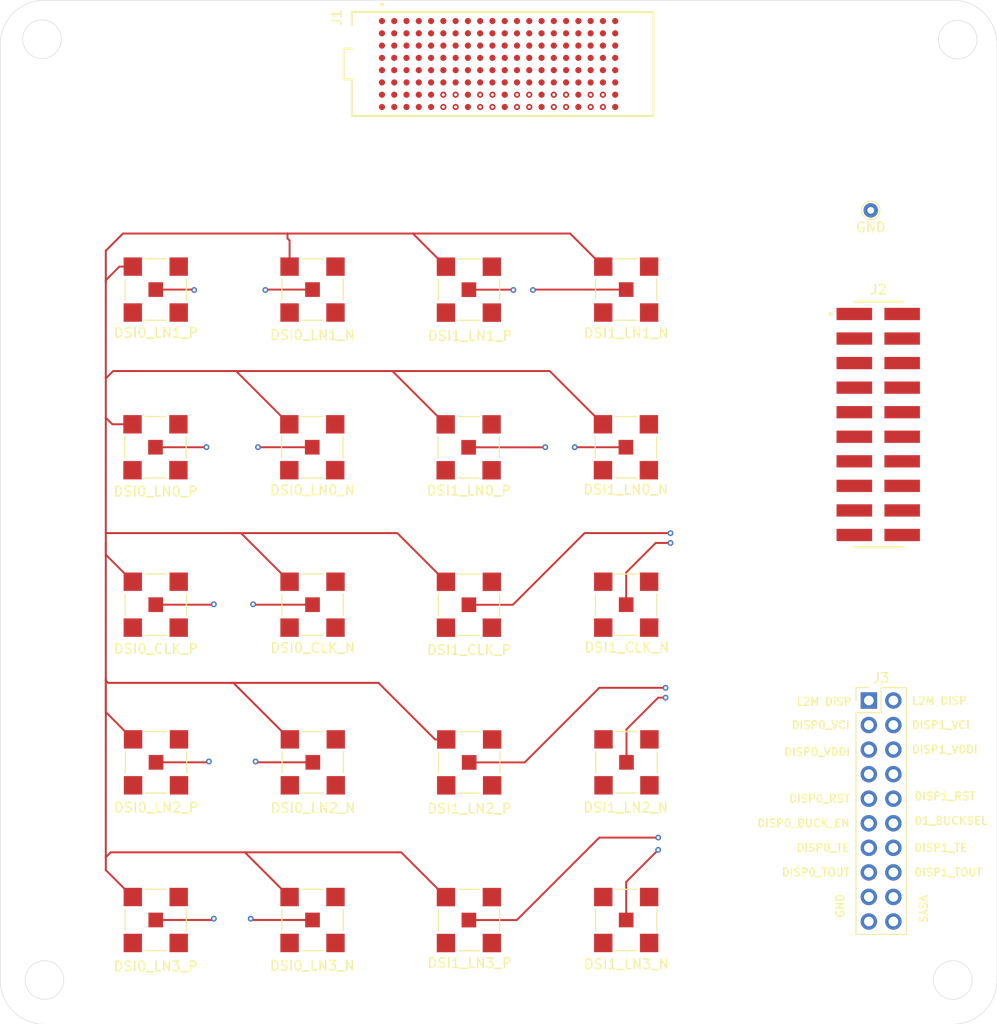
<source format=kicad_pcb>
(kicad_pcb (version 20240108) (generator "pcbnew") (generator_version "8.0")
  (layers (0 "F.Cu" signal "LayerTop0") (1 "In1.Cu" signal "Layer1") (2 "In2.Cu" signal "Layer2") (31 "B.Cu" signal "LayerBottom3") (34 "B.Paste" user) (35 "F.Paste" user) (36 "B.SilkS" user "B.Silkscreen") (37 "F.SilkS" user "F.Silkscreen") (38 "B.Mask" user) (39 "F.Mask" user) (44 "Edge.Cuts" user))
  (net 0 "")
  (net 75 "DSI1_LN0_P")
  (net 76 "DSI1_LN0_N")
  (net 77 "GND")
  (net 114 "L2M_DISP")
  (net 115 "DISP0_VCI")
  (net 116 "DISP1_VCI")
  (net 117 "DISP1_VDDI")
  (net 118 "DISP0_THERM")
  (net 119 "VSYS_PWR")
  (net 120 "DISP0_BUCK_EN")
  (net 121 "DISP1_RST")
  (net 122 "DISP1_TOUT")
  (net 123 "DISP0_TE")
  (net 124 "DISP0_RST")
  (net 125 "DISP0_VDDI")
  (net 126 "DISP0_TOUT")
  (net 127 "DISP1_TE")
  (net 128 "DISP1_BUCK_VSEL")
  (net 131 "DSI1_LN1_N")
  (net 132 "DSI1_LN1_P")
  (net 133 "DSI0_LN0_P")
  (net 134 "DSI0_LN2_P")
  (net 135 "DSI0_LN1_N")
  (net 136 "DSI0_LN3_N")
  (net 137 "DSI0_LN3_P")
  (net 138 "DSI0_CLK_P")
  (net 139 "DSI0_LN0_N")
  (net 140 "DSI0_LN2_N")
  (net 141 "DSI0_CLK_N")
  (net 142 "DSI0_LN1_P")
  (net 143 "DSI1_CLK_P")
  (net 144 "DSI1_LN2_P")
  (net 145 "DSI1_LN3_P")
  (net 146 "DSI1_LN3_N")
  (net 147 "DSI1_CLK_N")
  (net 148 "DSI1_LN2_N")
  (footprint "Molex_0732:MOLEX_73251-1350" (layer "F.Cu") (at 72.477 126.124)
    (property "Reference" "J12" (hide yes))
    (property "Value" "DSI0_LN3_P")
  )
  (footprint "Molex_0732:MOLEX_73251-1350" (layer "F.Cu") (at 104.877 126.132)
    (property "Reference" "J22" (hide yes))
    (property "Value" "DSI1_LN3_P")
  )
  (footprint "Molex_0732:MOLEX_73251-1350" (layer "F.Cu") (at 121.148 93.508)
    (property "Reference" "J19" (hide yes))
    (property "Value" "DSI1_CLK_N")
  )
  (footprint "Molex_0732:MOLEX_73251-1350" (layer "F.Cu") (at 88.698 93.508)
    (property "Reference" "J9" (hide yes))
    (property "Value" "DSI0_CLK_N")
  )
  (footprint "Molex_0732:MOLEX_73251-1350" (layer "F.Cu") (at 88.727 109.816)
    (property "Reference" "J11" (hide yes))
    (property "Value" "DSI0_LN2_N")
  )
  (footprint "Molex_0732:MOLEX_73251-1350" (layer "F.Cu") (at 72.477 93.508)
    (property "Reference" "J8" (hide yes))
    (property "Value" "DSI0_CLK_P")
  )
  (footprint "Molex_0732:MOLEX_73251-1350" (layer "F.Cu") (at 121.119 77.224)
    (property "Reference" "J17" (hide yes))
    (property "Value" "DSI1_LN0_N")
  )
  (footprint "Molex_0732:MOLEX_73251-1350" (layer "F.Cu") (at 104.848 77.232)
    (property "Reference" "J16" (hide yes))
    (property "Value" "DSI1_LN0_P")
  )
  (footprint "Molex_0732:MOLEX_73251-1350" (layer "F.Cu") (at 72.477 60.916)
    (property "Reference" "J4" (hide yes))
    (property "Value" "DSI0_LN1_P")
  )
  (footprint "Molex_0732:MOLEX_73251-1350" (layer "F.Cu") (at 72.448 77.224)
    (property "Reference" "J6" (hide yes))
    (property "Value" "DSI0_LN0_P")
  )
  (footprint "Molex_0732:MOLEX_73251-1350" (layer "F.Cu") (at 121.177 109.816)
    (property "Reference" "J21" (hide yes))
    (property "Value" "DSI1_LN2_N")
  )
  (footprint "Molex_0732:MOLEX_73251-1350" (layer "F.Cu") (at 104.877 60.924)
    (property "Reference" "J14" (hide yes))
    (property "Value" "DSI1_LN1_P")
  )
  (footprint "Molex_0732:MOLEX_73251-1350" (layer "F.Cu") (at 104.906 109.824)
    (property "Reference" "J20" (hide yes))
    (property "Value" "DSI1_LN2_P")
  )
  (footprint "Molex_0732:MOLEX_73251-1350" (layer "F.Cu") (at 88.669 77.224)
    (property "Reference" "J7" (hide yes))
    (property "Value" "DSI0_LN0_N")
  )
  (footprint "Molex_0732:MOLEX_73251-1350" (layer "F.Cu") (at 121.148 126.124)
    (property "Reference" "J23" (hide yes))
    (property "Value" "DSI1_LN3_N")
  )
  (footprint "Connector_PinHeader_2.54mm:PinHeader_2x10_P2.54mm_Vertical" (layer "F.Cu") (at 146.252 103.42)
    (property "Reference" "J3")
    (property "Value" "Conn_02x10_Odd_Even")
  )
  (footprint "Molex_0732:MOLEX_73251-1350" (layer "F.Cu") (at 121.148 60.916)
    (property "Reference" "J15" (hide yes))
    (property "Value" "DSI1_LN1_N")
  )
  (footprint "SEAF_20_05_0_S_08_2_A_K_TR:SAMTEC_SEAF-20-05.0-S-08-2-A-K-TR" (layer "F.Cu") (at 107.947 37.585 180)
    (property "Reference" "J1")
    (property "Value" "SEAF-20-05.0-S-08-2-A-K-TR")
  )
  (footprint "TestPoint:TestPoint_THTPad_D1.5mm_Drill0.7mm" (layer "F.Cu") (at 146.452 52.72)
    (property "Reference" "TP1" (hide yes))
    (property "Value" "GND")
  )
  (footprint "Molex_0732:MOLEX_73251-1350" (layer "F.Cu") (at 104.877 93.516)
    (property "Reference" "J18" (hide yes))
    (property "Value" "DSI1_CLK_P")
  )
  (footprint "Molex_0732:MOLEX_73251-1350" (layer "F.Cu") (at 88.698 60.916)
    (property "Reference" "J5" (hide yes))
    (property "Value" "DSI0_LN1_N")
  )
  (footprint "Molex_0732:MOLEX_73251-1350" (layer "F.Cu") (at 88.698 126.124)
    (property "Reference" "J13" (hide yes))
    (property "Value" "DSI0_LN3_N")
  )
  (footprint "Molex_0732:MOLEX_73251-1350" (layer "F.Cu") (at 72.506 109.816)
    (property "Reference" "J10" (hide yes))
    (property "Value" "DSI0_LN2_P")
  )
  (footprint "TSM_110_01_L_DV_P_TR:SAMTEC_TSM-110-01-L-DV-P-TR" (layer "F.Cu") (at 147.227 74.87 90)
    (property "Reference" "J2")
    (property "Value" "TSM-110-01-L-DV-P-TR" (hide yes))
  )
  (gr_circle (center 154.94 132.334) (end 156.94 132.334) (stroke (width 0.05)) (fill none) (layer "Edge.Cuts"))
  (gr_circle (center 155.448 35.052) (end 157.448 35.052) (stroke (width 0.05)) (fill none) (layer "Edge.Cuts"))
  (gr_arc (start 159.512 132.334) (mid 158.172892 135.566892) (end 154.94 136.906) (stroke (width 0.05)) (layer "Edge.Cuts"))
  (gr_arc (start 154.94 30.988) (mid 158.172892 32.327108) (end 159.512 35.56) (stroke (width 0.05)) (layer "Edge.Cuts"))
  (gr_line (start 60.96 30.988) (end 154.94 30.988) (stroke (width 0.05)) (layer "Edge.Cuts"))
  (gr_arc (start 60.96 136.906) (mid 57.727108 135.566892) (end 56.388 132.334) (stroke (width 0.05)) (layer "Edge.Cuts"))
  (gr_arc (start 56.388 35.56) (mid 57.727108 32.327108) (end 60.96 30.988) (stroke (width 0.05)) (layer "Edge.Cuts"))
  (gr_line (start 159.512 35.56) (end 159.512 132.334) (stroke (width 0.05)) (layer "Edge.Cuts"))
  (gr_line (start 60.96 136.906) (end 154.94 136.906) (stroke (width 0.05)) (layer "Edge.Cuts"))
  (gr_line (start 56.388 35.56) (end 56.388 132.334) (stroke (width 0.05)) (layer "Edge.Cuts"))
  (gr_circle (center 60.706 35.02) (end 62.706 35.02) (stroke (width 0.05)) (fill none) (layer "Edge.Cuts"))
  (gr_circle (center 60.960001 132.333999) (end 62.960001 132.333999) (stroke (width 0.05)) (fill none) (layer "Edge.Cuts"))
  (gr_text "DISP1_RST" (at 150.876 113.792 0) (layer "F.SilkS") (effects (font (size 0.8 0.8)) (justify left bottom)))
  (gr_text "DISP0_RST" (at 137.922 114.046 0) (layer "F.SilkS") (effects (font (size 0.8 0.8)) (justify left bottom)))
  (gr_text "D1_BUCKSEL" (at 150.876 116.332 0) (layer "F.SilkS") (effects (font (size 0.8 0.8)) (justify left bottom)))
  (gr_text "DISP0_VCI\n" (at 138.176 106.426 0) (layer "F.SilkS") (effects (font (size 0.8 0.8)) (justify left bottom)))
  (gr_text "DISP0_TOUT" (at 137.16 121.666 0) (layer "F.SilkS") (effects (font (size 0.8 0.8)) (justify left bottom)))
  (gr_text "DISP1_VDDI\n" (at 150.622 108.966 0) (layer "F.SilkS") (effects (font (size 0.8 0.8)) (justify left bottom)))
  (gr_text "L2M DISP" (at 138.684 104.02 0) (layer "F.SilkS") (effects (font (size 0.8 0.8)) (justify left bottom)))
  (gr_text "L2M DISP" (at 150.622 103.92 0) (layer "F.SilkS") (effects (font (size 0.8 0.8)) (justify left bottom)))
  (gr_text "DISP1_TOUT\n" (at 150.876 121.666 0) (layer "F.SilkS") (effects (font (size 0.8 0.8)) (justify left bottom)))
  (gr_text "DISP1_VCI" (at 150.622 106.426 0) (layer "F.SilkS") (effects (font (size 0.8 0.8)) (justify left bottom)))
  (gr_text "DISP0_VDDI" (at 137.414 109.22 0) (layer "F.SilkS") (effects (font (size 0.8 0.8)) (justify left bottom)))
  (gr_text "DISP1_TE" (at 150.876 119.126 0) (layer "F.SilkS") (effects (font (size 0.8 0.8)) (justify left bottom)))
  (gr_text "GND" (at 143.764 125.984 90) (layer "F.SilkS") (effects (font (size 0.8 0.8)) (justify left bottom)))
  (gr_text "DISP0_TE\n" (at 138.684 119.126 0) (layer "F.SilkS") (effects (font (size 0.8 0.8)) (justify left bottom)))
  (gr_text "DISP0_BUCK_EN\n" (at 134.62 116.586 0) (layer "F.SilkS") (effects (font (size 0.8 0.8)) (justify left bottom)))
  (gr_text "VSYS" (at 151.384 123.444 -90) (layer "F.SilkS") (effects (font (size 0.8 0.8)) (justify left bottom)))
  (segment (start 104.848 77.232) (end 112.76 77.232) (width 0.2) (layer "F.Cu") (net 75))
  (segment (start 112.76 77.232) (end 112.776 77.216) (width 0.2) (layer "F.Cu") (net 75))
  (via (at 112.776 77.216) (size 0.6) (drill 0.3) (layers "F.Cu" "B.Cu") (net 75))
  (via micro (at 106.042 40.76) (size 0.6) (drill 0.3) (layers "F.Cu" "In2.Cu") (net 75))
  (segment (start 121.119 77.224) (end 115.832 77.224) (width 0.2) (layer "F.Cu") (net 76))
  (segment (start 115.832 77.224) (end 115.824 77.216) (width 0.2) (layer "F.Cu") (net 76))
  (via micro (at 107.312 40.76) (size 0.6) (drill 0.3) (layers "F.Cu" "In2.Cu") (net 76))
  (via (at 115.824 77.216) (size 0.6) (drill 0.3) (layers "F.Cu" "B.Cu") (net 76))
  (segment (start 70.102 58.541) (end 68.713 58.541) (width 0.2) (layer "F.Cu") (net 77))
  (segment (start 96.774 69.342) (end 80.772 69.342) (width 0.2) (layer "F.Cu") (net 77))
  (segment (start 69.088 55.118) (end 86.106 55.118) (width 0.2) (layer "F.Cu") (net 77))
  (segment (start 102.473 74.857) (end 96.958 69.342) (width 0.2) (layer "F.Cu") (net 77))
  (segment (start 86.106 55.118) (end 86.106 55.626) (width 0.2) (layer "F.Cu") (net 77))
  (segment (start 115.35 55.118) (end 99.071 55.118) (width 0.2) (layer "F.Cu") (net 77))
  (segment (start 96.958 69.342) (end 96.774 69.342) (width 0.2) (layer "F.Cu") (net 77))
  (segment (start 67.31 88.341) (end 67.31 87.122) (width 0.2) (layer "F.Cu") (net 77))
  (segment (start 67.991 74.849) (end 70.073 74.849) (width 0.2) (layer "F.Cu") (net 77))
  (segment (start 86.323 91.133) (end 81.296 86.106) (width 0.2) (layer "F.Cu") (net 77))
  (segment (start 113.237 69.342) (end 96.774 69.342) (width 0.2) (layer "F.Cu") (net 77))
  (segment (start 97.536 119.126) (end 81.7 119.126) (width 0.2) (layer "F.Cu") (net 77))
  (segment (start 67.31 119.634) (end 67.31 101.092) (width 0.2) (layer "F.Cu") (net 77))
  (segment (start 80.518 86.106) (end 67.31 86.106) (width 0.2) (layer "F.Cu") (net 77))
  (segment (start 102.531 107.449) (end 101.3785 107.449) (width 0.2) (layer "F.Cu") (net 77))
  (segment (start 95.5295 101.6) (end 80.264 101.6) (width 0.2) (layer "F.Cu") (net 77))
  (segment (start 70.131 107.441) (end 67.31 104.62) (width 0.2) (layer "F.Cu") (net 77))
  (segment (start 97.871 119.126) (end 97.536 119.126) (width 0.2) (layer "F.Cu") (net 77))
  (segment (start 118.773 58.541) (end 115.35 55.118) (width 0.2) (layer "F.Cu") (net 77))
  (segment (start 67.31 101.092) (end 67.31 87.122) (width 0.2) (layer "F.Cu") (net 77))
  (segment (start 67.31 56.896) (end 69.088 55.118) (width 0.2) (layer "F.Cu") (net 77))
  (segment (start 70.102 91.133) (end 67.31 88.341) (width 0.2) (layer "F.Cu") (net 77))
  (segment (start 86.106 55.626) (end 86.323 55.843) (width 0.2) (layer "F.Cu") (net 77))
  (segment (start 67.818 119.126) (end 67.31 119.634) (width 0.2) (layer "F.Cu") (net 77))
  (segment (start 67.564 101.6) (end 67.31 101.346) (width 0.2) (layer "F.Cu") (net 77))
  (segment (start 67.31 101.346) (end 67.31 101.092) (width 0.2) (layer "F.Cu") (net 77))
  (segment (start 102.502 91.141) (end 97.467 86.106) (width 0.2) (layer "F.Cu") (net 77))
  (segment (start 97.467 86.106) (end 80.518 86.106) (width 0.2) (layer "F.Cu") (net 77))
  (segment (start 67.31 60.198) (end 67.31 70.104) (width 0.2) (layer "F.Cu") (net 77))
  (segment (start 80.772 69.342) (end 68.072 69.342) (width 0.2) (layer "F.Cu") (net 77))
  (segment (start 80.787 69.342) (end 80.772 69.342) (width 0.2) (layer "F.Cu") (net 77))
  (segment (start 101.3785 107.449) (end 95.5295 101.6) (width 0.2) (layer "F.Cu") (net 77))
  (segment (start 102.502 123.757) (end 97.871 119.126) (width 0.2) (layer "F.Cu") (net 77))
  (segment (start 86.294 74.849) (end 80.787 69.342) (width 0.2) (layer "F.Cu") (net 77))
  (segment (start 67.31 120.957) (end 67.31 119.634) (width 0.2) (layer "F.Cu") (net 77))
  (segment (start 67.31 70.104) (end 67.31 74.168) (width 0.2) (layer "F.Cu") (net 77))
  (segment (start 102.502 58.549) (end 99.071 55.118) (width 0.2) (layer "F.Cu") (net 77))
  (segment (start 86.323 123.749) (end 81.7 119.126) (width 0.2) (layer "F.Cu") (net 77))
  (segment (start 67.31 60.198) (end 67.31 56.896) (width 0.2) (layer "F.Cu") (net 77))
  (segment (start 68.072 69.342) (end 67.31 70.104) (width 0.2) (layer "F.Cu") (net 77))
  (segment (start 86.323 55.843) (end 86.323 58.541) (width 0.2) (layer "F.Cu") (net 77))
  (segment (start 67.31 59.944) (end 67.31 60.198) (width 0.2) (layer "F.Cu") (net 77))
  (segment (start 67.31 104.62) (end 67.31 101.346) (width 0.2) (layer "F.Cu") (net 77))
  (segment (start 86.352 107.441) (end 80.511 101.6) (width 0.2) (layer "F.Cu") (net 77))
  (segment (start 80.511 101.6) (end 67.564 101.6) (width 0.2) (layer "F.Cu") (net 77))
  (segment (start 99.071 55.118) (end 86.106 55.118) (width 0.2) (layer "F.Cu") (net 77))
  (segment (start 81.7 119.126) (end 67.818 119.126) (width 0.2) (layer "F.Cu") (net 77))
  (segment (start 67.31 87.122) (end 67.31 86.106) (width 0.2) (layer "F.Cu") (net 77))
  (segment (start 67.31 86.106) (end 67.31 74.168) (width 0.2) (layer "F.Cu") (net 77))
  (segment (start 81.296 86.106) (end 80.518 86.106) (width 0.2) (layer "F.Cu") (net 77))
  (segment (start 118.744 74.849) (end 113.237 69.342) (width 0.2) (layer "F.Cu") (net 77))
  (segment (start 67.31 74.168) (end 67.991 74.849) (width 0.2) (layer "F.Cu") (net 77))
  (segment (start 70.102 123.749) (end 67.31 120.957) (width 0.2) (layer "F.Cu") (net 77))
  (segment (start 68.713 58.541) (end 67.31 59.944) (width 0.2) (layer "F.Cu") (net 77))
  (segment (start 111.55 60.916) (end 121.148 60.916) (width 0.2) (layer "F.Cu") (net 131))
  (segment (start 111.506 60.96) (end 111.55 60.916) (width 0.2) (layer "F.Cu") (net 131))
  (via (at 111.506 60.96) (size 0.6) (drill 0.3) (layers "F.Cu" "B.Cu") (net 131))
  (via micro (at 103.502 40.76) (size 0.6) (drill 0.3) (layers "F.Cu" "In2.Cu") (net 131))
  (segment (start 109.438 60.924) (end 109.474 60.96) (width 0.2) (layer "F.Cu") (net 132))
  (segment (start 104.877 60.924) (end 109.438 60.924) (width 0.2) (layer "F.Cu") (net 132))
  (via micro (at 102.232 40.76) (size 0.6) (drill 0.3) (layers "F.Cu" "In2.Cu") (net 132))
  (via (at 109.474 60.96) (size 0.6) (drill 0.3) (layers "F.Cu" "B.Cu") (net 132))
  (segment (start 77.716 77.224) (end 77.724 77.216) (width 0.2) (layer "F.Cu") (net 133))
  (segment (start 72.448 77.224) (end 77.716 77.224) (width 0.2) (layer "F.Cu") (net 133))
  (via (at 77.724 77.216) (size 0.6) (drill 0.3) (layers "F.Cu" "B.Cu") (net 133))
  (via micro (at 106.042 42.03) (size 0.6) (drill 0.3) (layers "F.Cu" "In1.Cu") (net 133))
  (segment (start 72.506 109.816) (end 77.89 109.816) (width 0.2) (layer "F.Cu") (net 134))
  (segment (start 77.89 109.816) (end 77.978 109.728) (width 0.2) (layer "F.Cu") (net 134))
  (via (at 77.978 109.728) (size 0.6) (drill 0.3) (layers "F.Cu" "B.Cu") (net 134))
  (via micro (at 113.662 42.03) (size 0.6) (drill 0.3) (layers "F.Cu" "In1.Cu") (net 134))
  (segment (start 83.864 60.916) (end 83.82 60.96) (width 0.2) (layer "F.Cu") (net 135))
  (segment (start 88.698 60.916) (end 83.864 60.916) (width 0.2) (layer "F.Cu") (net 135))
  (via (at 83.82 60.96) (size 0.6) (drill 0.3) (layers "F.Cu" "B.Cu") (net 135))
  (via micro (at 103.502 42.03) (size 0.6) (drill 0.3) (layers "F.Cu" "In1.Cu") (net 135))
  (segment (start 82.436 126.124) (end 82.296 125.984) (width 0.2) (layer "F.Cu") (net 136))
  (segment (start 88.698 126.124) (end 82.436 126.124) (width 0.2) (layer "F.Cu") (net 136))
  (via micro (at 118.742 42.03) (size 0.6) (drill 0.3) (layers "F.Cu" "In1.Cu") (net 136))
  (via (at 82.296 125.984) (size 0.6) (drill 0.3) (layers "F.Cu" "B.Cu") (net 136))
  (segment (start 72.477 126.124) (end 78.346 126.124) (width 0.2) (layer "F.Cu") (net 137))
  (segment (start 78.346 126.124) (end 78.486 125.984) (width 0.2) (layer "F.Cu") (net 137))
  (via micro (at 117.472 42.03) (size 0.6) (drill 0.3) (layers "F.Cu" "In1.Cu") (net 137))
  (via (at 78.486 125.984) (size 0.6) (drill 0.3) (layers "F.Cu" "B.Cu") (net 137))
  (segment (start 72.477 93.508) (end 78.45 93.508) (width 0.2) (layer "F.Cu") (net 138))
  (segment (start 78.45 93.508) (end 78.486 93.472) (width 0.2) (layer "F.Cu") (net 138))
  (via (at 78.486 93.472) (size 0.6) (drill 0.3) (layers "F.Cu" "B.Cu") (net 138))
  (via micro (at 109.852 42.03) (size 0.6) (drill 0.3) (layers "F.Cu" "In1.Cu") (net 138))
  (segment (start 88.669 77.224) (end 83.066 77.224) (width 0.2) (layer "F.Cu") (net 139))
  (segment (start 83.066 77.224) (end 83.058 77.216) (width 0.2) (layer "F.Cu") (net 139))
  (via micro (at 107.312 42.03) (size 0.6) (drill 0.3) (layers "F.Cu" "In1.Cu") (net 139))
  (via (at 83.058 77.216) (size 0.6) (drill 0.3) (layers "F.Cu" "B.Cu") (net 139))
  (segment (start 82.892 109.816) (end 82.804 109.728) (width 0.2) (layer "F.Cu") (net 140))
  (segment (start 88.727 109.816) (end 82.892 109.816) (width 0.2) (layer "F.Cu") (net 140))
  (via (at 82.804 109.728) (size 0.6) (drill 0.3) (layers "F.Cu" "B.Cu") (net 140))
  (via micro (at 114.932 42.03) (size 0.6) (drill 0.3) (layers "F.Cu" "In1.Cu") (net 140))
  (segment (start 88.698 93.508) (end 82.586 93.508) (width 0.2) (layer "F.Cu") (net 141))
  (segment (start 82.586 93.508) (end 82.55 93.472) (width 0.2) (layer "F.Cu") (net 141))
  (via (at 82.55 93.472) (size 0.6) (drill 0.3) (layers "F.Cu" "B.Cu") (net 141))
  (via micro (at 111.122 42.03) (size 0.6) (drill 0.3) (layers "F.Cu" "In1.Cu") (net 141))
  (segment (start 76.41 60.916) (end 76.454 60.96) (width 0.2) (layer "F.Cu") (net 142))
  (segment (start 72.477 60.916) (end 76.41 60.916) (width 0.2) (layer "F.Cu") (net 142))
  (via (at 76.454 60.96) (size 0.6) (drill 0.3) (layers "F.Cu" "B.Cu") (net 142))
  (via micro (at 102.232 42.03) (size 0.6) (drill 0.3) (layers "F.Cu" "In1.Cu") (net 142))
  (segment (start 109.43 93.516) (end 116.84 86.106) (width 0.2) (layer "F.Cu") (net 143))
  (segment (start 104.877 93.516) (end 109.43 93.516) (width 0.2) (layer "F.Cu") (net 143))
  (segment (start 116.84 86.106) (end 125.73 86.106) (width 0.2) (layer "F.Cu") (net 143))
  (via (at 125.73 86.106) (size 0.6) (drill 0.3) (layers "F.Cu" "B.Cu") (net 143))
  (via micro (at 109.852 40.76) (size 0.6) (drill 0.3) (layers "F.Cu" "In2.Cu") (net 143))
  (segment (start 104.906 109.824) (end 110.648 109.824) (width 0.2) (layer "F.Cu") (net 144))
  (segment (start 118.364 102.108) (end 125.222 102.108) (width 0.2) (layer "F.Cu") (net 144))
  (segment (start 110.648 109.824) (end 118.364 102.108) (width 0.2) (layer "F.Cu") (net 144))
  (via micro (at 113.662 40.76) (size 0.6) (drill 0.3) (layers "F.Cu" "In2.Cu") (net 144))
  (via (at 125.222 102.108) (size 0.6) (drill 0.3) (layers "F.Cu" "B.Cu") (net 144))
  (segment (start 118.364 117.602) (end 124.46 117.602) (width 0.2) (layer "F.Cu") (net 145))
  (segment (start 104.877 126.132) (end 109.834 126.132) (width 0.2) (layer "F.Cu") (net 145))
  (segment (start 109.834 126.132) (end 118.364 117.602) (width 0.2) (layer "F.Cu") (net 145))
  (via (at 124.46 117.602) (size 0.6) (drill 0.3) (layers "F.Cu" "B.Cu") (net 145))
  (via micro (at 117.472 40.76) (size 0.6) (drill 0.3) (layers "F.Cu" "In2.Cu") (net 145))
  (segment (start 121.148 126.124) (end 121.148 122.184) (width 0.2) (layer "F.Cu") (net 146))
  (segment (start 121.148 122.184) (end 124.46 118.872) (width 0.2) (layer "F.Cu") (net 146))
  (via micro (at 118.742 40.76) (size 0.6) (drill 0.3) (layers "F.Cu" "In2.Cu") (net 146))
  (via (at 124.46 118.872) (size 0.6) (drill 0.3) (layers "F.Cu" "B.Cu") (net 146))
  (segment (start 121.148 93.508) (end 121.148 90.18) (width 0.2) (layer "F.Cu") (net 147))
  (segment (start 121.148 90.18) (end 124.206 87.122) (width 0.2) (layer "F.Cu") (net 147))
  (segment (start 124.206 87.122) (end 125.73 87.122) (width 0.2) (layer "F.Cu") (net 147))
  (via (at 125.73 87.122) (size 0.6) (drill 0.3) (layers "F.Cu" "B.Cu") (net 147))
  (via micro (at 111.122 40.76) (size 0.6) (drill 0.3) (layers "F.Cu" "In2.Cu") (net 147))
  (segment (start 121.177 106.407) (end 124.46 103.124) (width 0.2) (layer "F.Cu") (net 148))
  (segment (start 124.46 103.124) (end 125.222 103.124) (width 0.2) (layer "F.Cu") (net 148))
  (segment (start 121.177 109.816) (end 121.177 106.407) (width 0.2) (layer "F.Cu") (net 148))
  (via (at 125.222 103.124) (size 0.6) (drill 0.3) (layers "F.Cu" "B.Cu") (net 148))
  (via micro (at 114.932 40.76) (size 0.6) (drill 0.3) (layers "F.Cu" "In2.Cu") (net 148))
)
</source>
